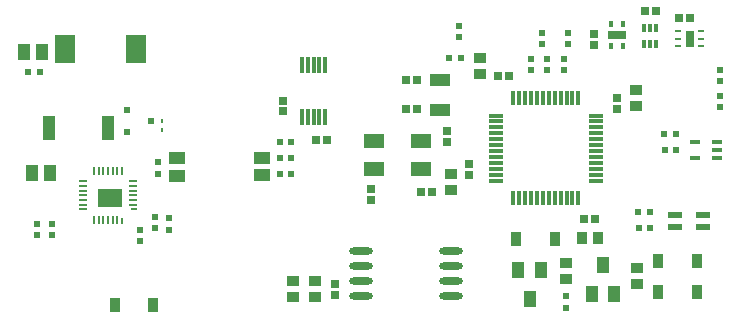
<source format=gbr>
%TF.GenerationSoftware,Altium Limited,Altium Designer,20.2.6 (244)*%
G04 Layer_Color=8421504*
%FSLAX45Y45*%
%MOMM*%
%TF.SameCoordinates,5B1E47F8-7F56-49C7-AB48-EE235D2752C7*%
%TF.FilePolarity,Positive*%
%TF.FileFunction,Paste,Top*%
%TF.Part,Single*%
G01*
G75*
%TA.AperFunction,SMDPad,CuDef*%
%ADD10R,1.80000X1.00000*%
%ADD11R,0.91000X1.22000*%
%ADD12R,0.64000X0.64000*%
%ADD13R,1.00000X0.90000*%
%ADD14R,0.64000X0.64000*%
%ADD15R,0.55000X0.60000*%
%ADD16R,0.60000X0.55000*%
%ADD17R,0.35000X0.55000*%
%ADD18R,1.60000X0.70000*%
%ADD19R,0.35000X0.75000*%
%ADD20R,0.65000X1.35000*%
%ADD21R,0.50000X0.25000*%
%ADD22R,1.20000X0.60000*%
%ADD23R,0.90000X1.00000*%
%ADD24R,1.00000X1.40000*%
%ADD25R,1.40000X1.10000*%
%ADD26R,1.00000X2.00000*%
%ADD27R,0.50000X0.60000*%
%ADD28R,1.10000X1.40000*%
%ADD29R,0.60000X0.50000*%
%ADD30R,2.00000X1.50000*%
%ADD31R,0.50000X0.20000*%
%ADD32R,0.65000X0.20000*%
%ADD33R,0.20000X0.50000*%
%ADD34R,0.20000X0.65000*%
%ADD35R,0.25000X0.36000*%
%ADD36R,1.80000X2.40000*%
%ADD37R,1.80000X1.20000*%
%ADD38R,0.30000X1.45000*%
%ADD39R,0.30000X1.20000*%
%ADD40R,1.20000X0.30000*%
%ADD41R,0.85000X0.40000*%
%ADD42O,2.00000X0.60000*%
D10*
X3820000Y1895725D02*
D03*
Y2145725D02*
D03*
D11*
X5666500Y350000D02*
D03*
X5993500D02*
D03*
X5666500Y610000D02*
D03*
X5993500D02*
D03*
X1066500Y240000D02*
D03*
X1393500D02*
D03*
X4793500Y800000D02*
D03*
X4466500D02*
D03*
D12*
X4070000Y1344000D02*
D03*
Y1436000D02*
D03*
X3240000Y1134000D02*
D03*
Y1226000D02*
D03*
X3880000Y1716000D02*
D03*
Y1624000D02*
D03*
X5128794Y2444000D02*
D03*
Y2536000D02*
D03*
X2930000Y324000D02*
D03*
Y416000D02*
D03*
X2487475Y1880000D02*
D03*
Y1972000D02*
D03*
X5320000Y1904000D02*
D03*
Y1996000D02*
D03*
D13*
X3910000Y1212500D02*
D03*
Y1347500D02*
D03*
X4157475Y2200076D02*
D03*
Y2335076D02*
D03*
X5477525Y2060000D02*
D03*
Y1925000D02*
D03*
X5489975Y422500D02*
D03*
Y557500D02*
D03*
X4890000Y462500D02*
D03*
Y597500D02*
D03*
X2760000Y312500D02*
D03*
Y447500D02*
D03*
X2574974Y312500D02*
D03*
Y447500D02*
D03*
D14*
X3660000Y1200000D02*
D03*
X3752000D02*
D03*
X3534000Y2150000D02*
D03*
X3626000D02*
D03*
X3536475Y1900000D02*
D03*
X3628475D02*
D03*
X5844000Y2675041D02*
D03*
X5936000D02*
D03*
X5130000Y967525D02*
D03*
X5038000D02*
D03*
X2866000Y1640000D02*
D03*
X2774000D02*
D03*
X5554000Y2730000D02*
D03*
X5646000D02*
D03*
X4407475Y2180051D02*
D03*
X4315475D02*
D03*
D15*
X3900000Y2330000D02*
D03*
X3995000D02*
D03*
X5815000Y1685025D02*
D03*
X5720000D02*
D03*
X5817500Y1550000D02*
D03*
X5722500D02*
D03*
X5500000Y1030000D02*
D03*
X5595000D02*
D03*
X5502500Y894975D02*
D03*
X5597500D02*
D03*
X2562525Y1625025D02*
D03*
X2467525D02*
D03*
X2562525Y1490000D02*
D03*
X2467525D02*
D03*
X2562525Y1350000D02*
D03*
X2467525D02*
D03*
D16*
X3980000Y2512500D02*
D03*
Y2607500D02*
D03*
X4687475Y2542576D02*
D03*
Y2447576D02*
D03*
X4592450Y2232551D02*
D03*
Y2327551D02*
D03*
X4727475Y2232551D02*
D03*
Y2327551D02*
D03*
X4867384Y2232551D02*
D03*
Y2327551D02*
D03*
X4907475Y2542577D02*
D03*
Y2447577D02*
D03*
X6190000Y2140000D02*
D03*
Y2235000D02*
D03*
X4890000Y315000D02*
D03*
Y220000D02*
D03*
X6190000Y2015000D02*
D03*
Y1920000D02*
D03*
D17*
X5270000Y2437500D02*
D03*
X5370000D02*
D03*
Y2622500D02*
D03*
X5270000D02*
D03*
D18*
X5320000Y2530000D02*
D03*
D19*
X5550000Y2450000D02*
D03*
X5600000D02*
D03*
X5650000D02*
D03*
Y2590000D02*
D03*
X5600000D02*
D03*
X5550000D02*
D03*
D20*
X5935001Y2495001D02*
D03*
D21*
X6030001Y2560001D02*
D03*
Y2495001D02*
D03*
Y2430001D02*
D03*
X5840001D02*
D03*
Y2495001D02*
D03*
Y2560001D02*
D03*
D22*
X5810000Y1000000D02*
D03*
Y900000D02*
D03*
X6050000D02*
D03*
Y1000000D02*
D03*
D23*
X5157500Y810000D02*
D03*
X5022500D02*
D03*
D24*
X5105000Y332500D02*
D03*
X5295000D02*
D03*
X5200000Y577500D02*
D03*
X4674974Y537500D02*
D03*
X4484975D02*
D03*
X4579974Y292500D02*
D03*
D25*
X2310000Y1340000D02*
D03*
Y1490000D02*
D03*
X1590025Y1335000D02*
D03*
Y1485000D02*
D03*
D26*
X1010000Y1740000D02*
D03*
X510000D02*
D03*
D27*
X430000Y2210000D02*
D03*
X330000D02*
D03*
D28*
X450000Y2380000D02*
D03*
X300000D02*
D03*
X515000Y1359975D02*
D03*
X365000D02*
D03*
D29*
X1280000Y780000D02*
D03*
Y880000D02*
D03*
X1405025Y990000D02*
D03*
Y890000D02*
D03*
X1530050Y980000D02*
D03*
Y880000D02*
D03*
X540000Y830000D02*
D03*
Y930000D02*
D03*
X410000Y830000D02*
D03*
Y930000D02*
D03*
X1430000Y1350000D02*
D03*
Y1450000D02*
D03*
X1370000Y1800000D02*
D03*
X1170000Y1705000D02*
D03*
Y1895000D02*
D03*
D30*
X1030000Y1150000D02*
D03*
D31*
X1227500Y1050000D02*
D03*
D32*
X1220000Y1290000D02*
D03*
Y1250000D02*
D03*
Y1210000D02*
D03*
Y1170000D02*
D03*
Y1130000D02*
D03*
Y1090000D02*
D03*
X800000Y1050000D02*
D03*
Y1090000D02*
D03*
Y1130000D02*
D03*
Y1170000D02*
D03*
Y1210000D02*
D03*
Y1250000D02*
D03*
Y1290000D02*
D03*
D33*
X1130000Y952500D02*
D03*
D34*
X1090000Y960000D02*
D03*
X1050000D02*
D03*
X1010000D02*
D03*
X970000D02*
D03*
X930000D02*
D03*
X890000D02*
D03*
Y1380000D02*
D03*
X930000D02*
D03*
X970000D02*
D03*
X1130000D02*
D03*
X1090000D02*
D03*
X1050000D02*
D03*
X1010000D02*
D03*
D35*
X1470000Y1800000D02*
D03*
Y1720000D02*
D03*
D36*
X1250000Y2410000D02*
D03*
X650000D02*
D03*
D37*
X3660000Y1630725D02*
D03*
X3260000Y1390725D02*
D03*
X3660000D02*
D03*
X3260000Y1630725D02*
D03*
D38*
X2650000Y2270001D02*
D03*
X2850000D02*
D03*
X2800000D02*
D03*
X2750000D02*
D03*
X2700000D02*
D03*
X2650000Y1830000D02*
D03*
X2700000D02*
D03*
X2750000D02*
D03*
X2800000D02*
D03*
X2850000D02*
D03*
D39*
X4442475Y1995050D02*
D03*
X4492475D02*
D03*
X4542475D02*
D03*
X4592475D02*
D03*
X4642475D02*
D03*
X4692475D02*
D03*
X4742475D02*
D03*
X4792475D02*
D03*
X4842475D02*
D03*
X4892475D02*
D03*
X4942475D02*
D03*
X4992475D02*
D03*
Y1145050D02*
D03*
X4942475D02*
D03*
X4892475D02*
D03*
X4842475D02*
D03*
X4792475D02*
D03*
X4742475D02*
D03*
X4692475D02*
D03*
X4642475D02*
D03*
X4592475D02*
D03*
X4542475D02*
D03*
X4492475D02*
D03*
X4442475D02*
D03*
D40*
X5142475Y1845050D02*
D03*
Y1795050D02*
D03*
Y1745050D02*
D03*
Y1695050D02*
D03*
Y1645050D02*
D03*
Y1595050D02*
D03*
Y1545050D02*
D03*
Y1495050D02*
D03*
Y1445050D02*
D03*
Y1395050D02*
D03*
Y1345050D02*
D03*
Y1295050D02*
D03*
X4292475D02*
D03*
Y1345050D02*
D03*
Y1395050D02*
D03*
Y1445050D02*
D03*
Y1495050D02*
D03*
Y1545050D02*
D03*
Y1595050D02*
D03*
Y1645050D02*
D03*
Y1695050D02*
D03*
Y1745050D02*
D03*
Y1795050D02*
D03*
Y1845050D02*
D03*
D41*
X6165000Y1490000D02*
D03*
Y1555000D02*
D03*
Y1620000D02*
D03*
X5980000D02*
D03*
Y1490000D02*
D03*
D42*
X3910000Y319500D02*
D03*
X3150000Y700500D02*
D03*
Y319500D02*
D03*
Y573500D02*
D03*
Y446499D02*
D03*
X3910000Y573500D02*
D03*
Y700500D02*
D03*
Y446500D02*
D03*
%TF.MD5,708f067d12a4aecc6097398a2379a000*%
M02*

</source>
